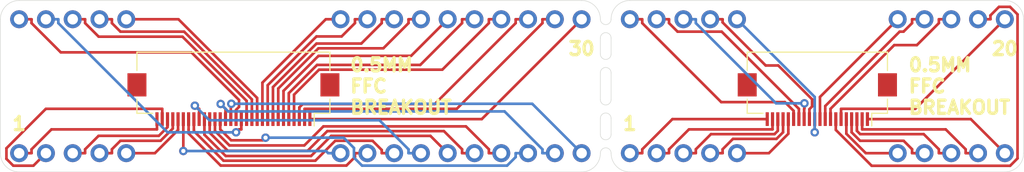
<source format=kicad_pcb>
(kicad_pcb (version 20171130) (host pcbnew 5.1.5-52549c5~86~ubuntu19.04.1)

  (general
    (thickness 1.6)
    (drawings 34)
    (tracks 303)
    (zones 0)
    (modules 12)
    (nets 51)
  )

  (page A4)
  (layers
    (0 F.Cu signal)
    (31 B.Cu signal)
    (32 B.Adhes user)
    (33 F.Adhes user)
    (34 B.Paste user)
    (35 F.Paste user)
    (36 B.SilkS user)
    (37 F.SilkS user)
    (38 B.Mask user)
    (39 F.Mask user)
    (40 Dwgs.User user)
    (41 Cmts.User user)
    (42 Eco1.User user)
    (43 Eco2.User user)
    (44 Edge.Cuts user)
    (45 Margin user)
    (46 B.CrtYd user)
    (47 F.CrtYd user)
    (48 B.Fab user)
    (49 F.Fab user)
  )

  (setup
    (last_trace_width 0.25)
    (user_trace_width 0.2)
    (trace_clearance 0.2)
    (zone_clearance 0.508)
    (zone_45_only no)
    (trace_min 0.2)
    (via_size 0.8)
    (via_drill 0.4)
    (via_min_size 0.3)
    (via_min_drill 0.3)
    (uvia_size 0.3)
    (uvia_drill 0.1)
    (uvias_allowed no)
    (uvia_min_size 0.2)
    (uvia_min_drill 0.1)
    (edge_width 0.05)
    (segment_width 0.2)
    (pcb_text_width 0.3)
    (pcb_text_size 1.5 1.5)
    (mod_edge_width 0.12)
    (mod_text_size 1 1)
    (mod_text_width 0.15)
    (pad_size 1.8 2.2)
    (pad_drill 0)
    (pad_to_mask_clearance 0.051)
    (solder_mask_min_width 0.25)
    (aux_axis_origin 0 0)
    (visible_elements FFFFFF7F)
    (pcbplotparams
      (layerselection 0x010fc_ffffffff)
      (usegerberextensions false)
      (usegerberattributes false)
      (usegerberadvancedattributes false)
      (creategerberjobfile false)
      (excludeedgelayer true)
      (linewidth 0.100000)
      (plotframeref false)
      (viasonmask false)
      (mode 1)
      (useauxorigin false)
      (hpglpennumber 1)
      (hpglpenspeed 20)
      (hpglpendiameter 15.000000)
      (psnegative false)
      (psa4output false)
      (plotreference true)
      (plotvalue true)
      (plotinvisibletext false)
      (padsonsilk false)
      (subtractmaskfromsilk false)
      (outputformat 1)
      (mirror false)
      (drillshape 0)
      (scaleselection 1)
      (outputdirectory "plot/"))
  )

  (net 0 "")
  (net 1 "Net-(J1-Pad15)")
  (net 2 "Net-(J1-Pad14)")
  (net 3 "Net-(J1-Pad13)")
  (net 4 "Net-(J1-Pad12)")
  (net 5 "Net-(J1-Pad11)")
  (net 6 "Net-(J1-Pad10)")
  (net 7 "Net-(J1-Pad9)")
  (net 8 "Net-(J1-Pad8)")
  (net 9 "Net-(J1-Pad7)")
  (net 10 "Net-(J1-Pad6)")
  (net 11 "Net-(J1-Pad5)")
  (net 12 "Net-(J1-Pad4)")
  (net 13 "Net-(J1-Pad3)")
  (net 14 "Net-(J1-Pad2)")
  (net 15 "Net-(J1-Pad1)")
  (net 16 "Net-(J1-Pad30)")
  (net 17 "Net-(J1-Pad29)")
  (net 18 "Net-(J1-Pad28)")
  (net 19 "Net-(J1-Pad27)")
  (net 20 "Net-(J1-Pad26)")
  (net 21 "Net-(J1-Pad25)")
  (net 22 "Net-(J1-Pad24)")
  (net 23 "Net-(J1-Pad23)")
  (net 24 "Net-(J1-Pad22)")
  (net 25 "Net-(J1-Pad21)")
  (net 26 "Net-(J1-Pad20)")
  (net 27 "Net-(J1-Pad19)")
  (net 28 "Net-(J1-Pad18)")
  (net 29 "Net-(J1-Pad17)")
  (net 30 "Net-(J1-Pad16)")
  (net 31 "Net-(J1P9-Pad5)")
  (net 32 "Net-(J1P9-Pad4)")
  (net 33 "Net-(J1P9-Pad3)")
  (net 34 "Net-(J1P9-Pad2)")
  (net 35 "Net-(J1P9-Pad1)")
  (net 36 "Net-(J1P10-Pad5)")
  (net 37 "Net-(J1P10-Pad4)")
  (net 38 "Net-(J1P10-Pad3)")
  (net 39 "Net-(J1P10-Pad2)")
  (net 40 "Net-(J1P10-Pad1)")
  (net 41 "Net-(J1P8-Pad5)")
  (net 42 "Net-(J1P8-Pad4)")
  (net 43 "Net-(J1P8-Pad3)")
  (net 44 "Net-(J1P8-Pad2)")
  (net 45 "Net-(J1P8-Pad1)")
  (net 46 "Net-(J1P7-Pad5)")
  (net 47 "Net-(J1P7-Pad4)")
  (net 48 "Net-(J1P7-Pad3)")
  (net 49 "Net-(J1P7-Pad2)")
  (net 50 "Net-(J1P7-Pad1)")

  (net_class Default "This is the default net class."
    (clearance 0.2)
    (trace_width 0.25)
    (via_dia 0.8)
    (via_drill 0.4)
    (uvia_dia 0.3)
    (uvia_drill 0.1)
    (add_net "Net-(J1-Pad1)")
    (add_net "Net-(J1-Pad10)")
    (add_net "Net-(J1-Pad11)")
    (add_net "Net-(J1-Pad12)")
    (add_net "Net-(J1-Pad13)")
    (add_net "Net-(J1-Pad14)")
    (add_net "Net-(J1-Pad15)")
    (add_net "Net-(J1-Pad16)")
    (add_net "Net-(J1-Pad17)")
    (add_net "Net-(J1-Pad18)")
    (add_net "Net-(J1-Pad19)")
    (add_net "Net-(J1-Pad2)")
    (add_net "Net-(J1-Pad20)")
    (add_net "Net-(J1-Pad21)")
    (add_net "Net-(J1-Pad22)")
    (add_net "Net-(J1-Pad23)")
    (add_net "Net-(J1-Pad24)")
    (add_net "Net-(J1-Pad25)")
    (add_net "Net-(J1-Pad26)")
    (add_net "Net-(J1-Pad27)")
    (add_net "Net-(J1-Pad28)")
    (add_net "Net-(J1-Pad29)")
    (add_net "Net-(J1-Pad3)")
    (add_net "Net-(J1-Pad30)")
    (add_net "Net-(J1-Pad4)")
    (add_net "Net-(J1-Pad5)")
    (add_net "Net-(J1-Pad6)")
    (add_net "Net-(J1-Pad7)")
    (add_net "Net-(J1-Pad8)")
    (add_net "Net-(J1-Pad9)")
    (add_net "Net-(J1P10-Pad1)")
    (add_net "Net-(J1P10-Pad2)")
    (add_net "Net-(J1P10-Pad3)")
    (add_net "Net-(J1P10-Pad4)")
    (add_net "Net-(J1P10-Pad5)")
    (add_net "Net-(J1P7-Pad1)")
    (add_net "Net-(J1P7-Pad2)")
    (add_net "Net-(J1P7-Pad3)")
    (add_net "Net-(J1P7-Pad4)")
    (add_net "Net-(J1P7-Pad5)")
    (add_net "Net-(J1P8-Pad1)")
    (add_net "Net-(J1P8-Pad2)")
    (add_net "Net-(J1P8-Pad3)")
    (add_net "Net-(J1P8-Pad4)")
    (add_net "Net-(J1P8-Pad5)")
    (add_net "Net-(J1P9-Pad1)")
    (add_net "Net-(J1P9-Pad2)")
    (add_net "Net-(J1P9-Pad3)")
    (add_net "Net-(J1P9-Pad4)")
    (add_net "Net-(J1P9-Pad5)")
  )

  (module custom_symbols:PinHeader_1x05_P2.54mm_Vertical_Simple (layer F.Cu) (tedit 5EC67689) (tstamp 5EC66E2C)
    (at 152.654 74.676 270)
    (descr "Through hole straight pin header, 1x05, 2.54mm pitch, single row")
    (tags "Through hole pin header THT 1x05 2.54mm single row")
    (path /5ECA16B9)
    (fp_text reference J1P10 (at 2.794 0.508) (layer F.SilkS) hide
      (effects (font (size 1 1) (thickness 0.15)))
    )
    (fp_text value P11-15 (at 0 12.49 90) (layer F.Fab) hide
      (effects (font (size 1 1) (thickness 0.15)))
    )
    (fp_text user %R (at 0 5.08) (layer F.Fab) hide
      (effects (font (size 1 1) (thickness 0.15)))
    )
    (fp_line (start 1.8 -1.8) (end -1.8 -1.8) (layer F.CrtYd) (width 0.05))
    (fp_line (start 1.8 11.95) (end 1.8 -1.8) (layer F.CrtYd) (width 0.05))
    (fp_line (start -1.8 11.95) (end 1.8 11.95) (layer F.CrtYd) (width 0.05))
    (fp_line (start -1.8 -1.8) (end -1.8 11.95) (layer F.CrtYd) (width 0.05))
    (pad 5 thru_hole oval (at 0 10.16 270) (size 1.7 1.7) (drill 1) (layers *.Cu *.Mask)
      (net 36 "Net-(J1P10-Pad5)"))
    (pad 4 thru_hole oval (at 0 7.62 270) (size 1.7 1.7) (drill 1) (layers *.Cu *.Mask)
      (net 37 "Net-(J1P10-Pad4)"))
    (pad 3 thru_hole oval (at 0 5.08 270) (size 1.7 1.7) (drill 1) (layers *.Cu *.Mask)
      (net 38 "Net-(J1P10-Pad3)"))
    (pad 2 thru_hole oval (at 0 2.54 270) (size 1.7 1.7) (drill 1) (layers *.Cu *.Mask)
      (net 39 "Net-(J1P10-Pad2)"))
    (pad 1 thru_hole circle (at 0 0 270) (size 1.7 1.7) (drill 1) (layers *.Cu *.Mask)
      (net 40 "Net-(J1P10-Pad1)"))
  )

  (module custom_symbols:PinHeader_1x05_P2.54mm_Vertical_Simple (layer F.Cu) (tedit 5EC67689) (tstamp 5EC696A9)
    (at 152.654 87.376 270)
    (descr "Through hole straight pin header, 1x05, 2.54mm pitch, single row")
    (tags "Through hole pin header THT 1x05 2.54mm single row")
    (path /5ECA16BF)
    (fp_text reference J1P9 (at 2.794 0.508) (layer F.SilkS) hide
      (effects (font (size 1 1) (thickness 0.15)))
    )
    (fp_text value P16-20 (at 0 12.49 90) (layer F.Fab) hide
      (effects (font (size 1 1) (thickness 0.15)))
    )
    (fp_text user %R (at 0 5.08) (layer F.Fab) hide
      (effects (font (size 1 1) (thickness 0.15)))
    )
    (fp_line (start 1.8 -1.8) (end -1.8 -1.8) (layer F.CrtYd) (width 0.05))
    (fp_line (start 1.8 11.95) (end 1.8 -1.8) (layer F.CrtYd) (width 0.05))
    (fp_line (start -1.8 11.95) (end 1.8 11.95) (layer F.CrtYd) (width 0.05))
    (fp_line (start -1.8 -1.8) (end -1.8 11.95) (layer F.CrtYd) (width 0.05))
    (pad 5 thru_hole oval (at 0 10.16 270) (size 1.7 1.7) (drill 1) (layers *.Cu *.Mask)
      (net 31 "Net-(J1P9-Pad5)"))
    (pad 4 thru_hole oval (at 0 7.62 270) (size 1.7 1.7) (drill 1) (layers *.Cu *.Mask)
      (net 32 "Net-(J1P9-Pad4)"))
    (pad 3 thru_hole oval (at 0 5.08 270) (size 1.7 1.7) (drill 1) (layers *.Cu *.Mask)
      (net 33 "Net-(J1P9-Pad3)"))
    (pad 2 thru_hole oval (at 0 2.54 270) (size 1.7 1.7) (drill 1) (layers *.Cu *.Mask)
      (net 34 "Net-(J1P9-Pad2)"))
    (pad 1 thru_hole circle (at 0 0 270) (size 1.7 1.7) (drill 1) (layers *.Cu *.Mask)
      (net 35 "Net-(J1P9-Pad1)"))
  )

  (module custom_symbols:PinHeader_1x05_P2.54mm_Vertical_Simple (layer F.Cu) (tedit 5EC67689) (tstamp 5EC66DE6)
    (at 178.054 74.676 270)
    (descr "Through hole straight pin header, 1x05, 2.54mm pitch, single row")
    (tags "Through hole pin header THT 1x05 2.54mm single row")
    (path /5EC9B34B)
    (fp_text reference J1P8 (at 2.794 0.508) (layer F.SilkS) hide
      (effects (font (size 1 1) (thickness 0.15)))
    )
    (fp_text value P6-10 (at 0 12.49 90) (layer F.Fab) hide
      (effects (font (size 1 1) (thickness 0.15)))
    )
    (fp_text user %R (at 0 5.08) (layer F.Fab) hide
      (effects (font (size 1 1) (thickness 0.15)))
    )
    (fp_line (start 1.8 -1.8) (end -1.8 -1.8) (layer F.CrtYd) (width 0.05))
    (fp_line (start 1.8 11.95) (end 1.8 -1.8) (layer F.CrtYd) (width 0.05))
    (fp_line (start -1.8 11.95) (end 1.8 11.95) (layer F.CrtYd) (width 0.05))
    (fp_line (start -1.8 -1.8) (end -1.8 11.95) (layer F.CrtYd) (width 0.05))
    (pad 5 thru_hole oval (at 0 10.16 270) (size 1.7 1.7) (drill 1) (layers *.Cu *.Mask)
      (net 41 "Net-(J1P8-Pad5)"))
    (pad 4 thru_hole oval (at 0 7.62 270) (size 1.7 1.7) (drill 1) (layers *.Cu *.Mask)
      (net 42 "Net-(J1P8-Pad4)"))
    (pad 3 thru_hole oval (at 0 5.08 270) (size 1.7 1.7) (drill 1) (layers *.Cu *.Mask)
      (net 43 "Net-(J1P8-Pad3)"))
    (pad 2 thru_hole oval (at 0 2.54 270) (size 1.7 1.7) (drill 1) (layers *.Cu *.Mask)
      (net 44 "Net-(J1P8-Pad2)"))
    (pad 1 thru_hole circle (at 0 0 270) (size 1.7 1.7) (drill 1) (layers *.Cu *.Mask)
      (net 45 "Net-(J1P8-Pad1)"))
  )

  (module custom_symbols:PinHeader_1x05_P2.54mm_Vertical_Simple (layer F.Cu) (tedit 5EC67689) (tstamp 5EC695D1)
    (at 178.054 87.376 270)
    (descr "Through hole straight pin header, 1x05, 2.54mm pitch, single row")
    (tags "Through hole pin header THT 1x05 2.54mm single row")
    (path /5EC9B345)
    (fp_text reference J1P7 (at 2.794 0.508) (layer F.SilkS) hide
      (effects (font (size 1 1) (thickness 0.15)))
    )
    (fp_text value P1-5 (at 0 12.49 90) (layer F.Fab) hide
      (effects (font (size 1 1) (thickness 0.15)))
    )
    (fp_text user %R (at 0 5.08) (layer F.Fab) hide
      (effects (font (size 1 1) (thickness 0.15)))
    )
    (fp_line (start 1.8 -1.8) (end -1.8 -1.8) (layer F.CrtYd) (width 0.05))
    (fp_line (start 1.8 11.95) (end 1.8 -1.8) (layer F.CrtYd) (width 0.05))
    (fp_line (start -1.8 11.95) (end 1.8 11.95) (layer F.CrtYd) (width 0.05))
    (fp_line (start -1.8 -1.8) (end -1.8 11.95) (layer F.CrtYd) (width 0.05))
    (pad 5 thru_hole oval (at 0 10.16 270) (size 1.7 1.7) (drill 1) (layers *.Cu *.Mask)
      (net 46 "Net-(J1P7-Pad5)"))
    (pad 4 thru_hole oval (at 0 7.62 270) (size 1.7 1.7) (drill 1) (layers *.Cu *.Mask)
      (net 47 "Net-(J1P7-Pad4)"))
    (pad 3 thru_hole oval (at 0 5.08 270) (size 1.7 1.7) (drill 1) (layers *.Cu *.Mask)
      (net 48 "Net-(J1P7-Pad3)"))
    (pad 2 thru_hole oval (at 0 2.54 270) (size 1.7 1.7) (drill 1) (layers *.Cu *.Mask)
      (net 49 "Net-(J1P7-Pad2)"))
    (pad 1 thru_hole circle (at 0 0 270) (size 1.7 1.7) (drill 1) (layers *.Cu *.Mask)
      (net 50 "Net-(J1P7-Pad1)"))
  )

  (module custom_symbols:PinHeader_1x05_P2.54mm_Vertical_Simple (layer F.Cu) (tedit 5EC67689) (tstamp 5EC69619)
    (at 137.922 87.376 270)
    (descr "Through hole straight pin header, 1x05, 2.54mm pitch, single row")
    (tags "Through hole pin header THT 1x05 2.54mm single row")
    (path /5EC94131)
    (fp_text reference J1P6 (at 2.794 0.508) (layer F.SilkS) hide
      (effects (font (size 1 1) (thickness 0.15)))
    )
    (fp_text value P16-20 (at 0 12.49 90) (layer F.Fab) hide
      (effects (font (size 1 1) (thickness 0.15)))
    )
    (fp_text user %R (at 0 5.08) (layer F.Fab) hide
      (effects (font (size 1 1) (thickness 0.15)))
    )
    (fp_line (start 1.8 -1.8) (end -1.8 -1.8) (layer F.CrtYd) (width 0.05))
    (fp_line (start 1.8 11.95) (end 1.8 -1.8) (layer F.CrtYd) (width 0.05))
    (fp_line (start -1.8 11.95) (end 1.8 11.95) (layer F.CrtYd) (width 0.05))
    (fp_line (start -1.8 -1.8) (end -1.8 11.95) (layer F.CrtYd) (width 0.05))
    (pad 5 thru_hole oval (at 0 10.16 270) (size 1.7 1.7) (drill 1) (layers *.Cu *.Mask)
      (net 26 "Net-(J1-Pad20)"))
    (pad 4 thru_hole oval (at 0 7.62 270) (size 1.7 1.7) (drill 1) (layers *.Cu *.Mask)
      (net 27 "Net-(J1-Pad19)"))
    (pad 3 thru_hole oval (at 0 5.08 270) (size 1.7 1.7) (drill 1) (layers *.Cu *.Mask)
      (net 28 "Net-(J1-Pad18)"))
    (pad 2 thru_hole oval (at 0 2.54 270) (size 1.7 1.7) (drill 1) (layers *.Cu *.Mask)
      (net 29 "Net-(J1-Pad17)"))
    (pad 1 thru_hole circle (at 0 0 270) (size 1.7 1.7) (drill 1) (layers *.Cu *.Mask)
      (net 30 "Net-(J1-Pad16)"))
  )

  (module custom_symbols:PinHeader_1x05_P2.54mm_Vertical_Simple (layer F.Cu) (tedit 5EC67689) (tstamp 5EC69661)
    (at 125.222 87.376 270)
    (descr "Through hole straight pin header, 1x05, 2.54mm pitch, single row")
    (tags "Through hole pin header THT 1x05 2.54mm single row")
    (path /5EC94137)
    (fp_text reference J1P5 (at 2.794 0.508) (layer F.SilkS) hide
      (effects (font (size 1 1) (thickness 0.15)))
    )
    (fp_text value P21-25 (at 0 12.49 90) (layer F.Fab) hide
      (effects (font (size 1 1) (thickness 0.15)))
    )
    (fp_text user %R (at 0 5.08) (layer F.Fab) hide
      (effects (font (size 1 1) (thickness 0.15)))
    )
    (fp_line (start 1.8 -1.8) (end -1.8 -1.8) (layer F.CrtYd) (width 0.05))
    (fp_line (start 1.8 11.95) (end 1.8 -1.8) (layer F.CrtYd) (width 0.05))
    (fp_line (start -1.8 11.95) (end 1.8 11.95) (layer F.CrtYd) (width 0.05))
    (fp_line (start -1.8 -1.8) (end -1.8 11.95) (layer F.CrtYd) (width 0.05))
    (pad 5 thru_hole oval (at 0 10.16 270) (size 1.7 1.7) (drill 1) (layers *.Cu *.Mask)
      (net 21 "Net-(J1-Pad25)"))
    (pad 4 thru_hole oval (at 0 7.62 270) (size 1.7 1.7) (drill 1) (layers *.Cu *.Mask)
      (net 22 "Net-(J1-Pad24)"))
    (pad 3 thru_hole oval (at 0 5.08 270) (size 1.7 1.7) (drill 1) (layers *.Cu *.Mask)
      (net 23 "Net-(J1-Pad23)"))
    (pad 2 thru_hole oval (at 0 2.54 270) (size 1.7 1.7) (drill 1) (layers *.Cu *.Mask)
      (net 24 "Net-(J1-Pad22)"))
    (pad 1 thru_hole circle (at 0 0 270) (size 1.7 1.7) (drill 1) (layers *.Cu *.Mask)
      (net 25 "Net-(J1-Pad21)"))
  )

  (module custom_symbols:PinHeader_1x05_P2.54mm_Vertical_Simple (layer F.Cu) (tedit 5EC67689) (tstamp 5EC66D5A)
    (at 94.742 87.376 270)
    (descr "Through hole straight pin header, 1x05, 2.54mm pitch, single row")
    (tags "Through hole pin header THT 1x05 2.54mm single row")
    (path /5EC9413D)
    (fp_text reference J1P4 (at 2.794 0.508) (layer F.SilkS) hide
      (effects (font (size 1 1) (thickness 0.15)))
    )
    (fp_text value P21-30 (at 0 12.49 90) (layer F.Fab) hide
      (effects (font (size 1 1) (thickness 0.15)))
    )
    (fp_text user %R (at 0 5.08) (layer F.Fab) hide
      (effects (font (size 1 1) (thickness 0.15)))
    )
    (fp_line (start 1.8 -1.8) (end -1.8 -1.8) (layer F.CrtYd) (width 0.05))
    (fp_line (start 1.8 11.95) (end 1.8 -1.8) (layer F.CrtYd) (width 0.05))
    (fp_line (start -1.8 11.95) (end 1.8 11.95) (layer F.CrtYd) (width 0.05))
    (fp_line (start -1.8 -1.8) (end -1.8 11.95) (layer F.CrtYd) (width 0.05))
    (pad 5 thru_hole oval (at 0 10.16 270) (size 1.7 1.7) (drill 1) (layers *.Cu *.Mask)
      (net 16 "Net-(J1-Pad30)"))
    (pad 4 thru_hole oval (at 0 7.62 270) (size 1.7 1.7) (drill 1) (layers *.Cu *.Mask)
      (net 17 "Net-(J1-Pad29)"))
    (pad 3 thru_hole oval (at 0 5.08 270) (size 1.7 1.7) (drill 1) (layers *.Cu *.Mask)
      (net 18 "Net-(J1-Pad28)"))
    (pad 2 thru_hole oval (at 0 2.54 270) (size 1.7 1.7) (drill 1) (layers *.Cu *.Mask)
      (net 19 "Net-(J1-Pad27)"))
    (pad 1 thru_hole circle (at 0 0 270) (size 1.7 1.7) (drill 1) (layers *.Cu *.Mask)
      (net 20 "Net-(J1-Pad26)"))
  )

  (module custom_symbols:PinHeader_1x05_P2.54mm_Vertical_Simple (layer F.Cu) (tedit 5EC67689) (tstamp 5EC67B65)
    (at 94.742 74.676 270)
    (descr "Through hole straight pin header, 1x05, 2.54mm pitch, single row")
    (tags "Through hole pin header THT 1x05 2.54mm single row")
    (path /5EC8D57C)
    (fp_text reference J1P3 (at 2.794 0.508) (layer F.SilkS) hide
      (effects (font (size 1 1) (thickness 0.15)))
    )
    (fp_text value P11-15 (at 0 12.49 90) (layer F.Fab) hide
      (effects (font (size 1 1) (thickness 0.15)))
    )
    (fp_text user %R (at 0 5.08) (layer F.Fab) hide
      (effects (font (size 1 1) (thickness 0.15)))
    )
    (fp_line (start 1.8 -1.8) (end -1.8 -1.8) (layer F.CrtYd) (width 0.05))
    (fp_line (start 1.8 11.95) (end 1.8 -1.8) (layer F.CrtYd) (width 0.05))
    (fp_line (start -1.8 11.95) (end 1.8 11.95) (layer F.CrtYd) (width 0.05))
    (fp_line (start -1.8 -1.8) (end -1.8 11.95) (layer F.CrtYd) (width 0.05))
    (pad 5 thru_hole oval (at 0 10.16 270) (size 1.7 1.7) (drill 1) (layers *.Cu *.Mask)
      (net 1 "Net-(J1-Pad15)"))
    (pad 4 thru_hole oval (at 0 7.62 270) (size 1.7 1.7) (drill 1) (layers *.Cu *.Mask)
      (net 2 "Net-(J1-Pad14)"))
    (pad 3 thru_hole oval (at 0 5.08 270) (size 1.7 1.7) (drill 1) (layers *.Cu *.Mask)
      (net 3 "Net-(J1-Pad13)"))
    (pad 2 thru_hole oval (at 0 2.54 270) (size 1.7 1.7) (drill 1) (layers *.Cu *.Mask)
      (net 4 "Net-(J1-Pad12)"))
    (pad 1 thru_hole circle (at 0 0 270) (size 1.7 1.7) (drill 1) (layers *.Cu *.Mask)
      (net 5 "Net-(J1-Pad11)"))
  )

  (module custom_symbols:PinHeader_1x05_P2.54mm_Vertical_Simple (layer F.Cu) (tedit 5EC67689) (tstamp 5EC68BA5)
    (at 125.222 74.676 270)
    (descr "Through hole straight pin header, 1x05, 2.54mm pitch, single row")
    (tags "Through hole pin header THT 1x05 2.54mm single row")
    (path /5EC8CD34)
    (fp_text reference J1P2 (at 2.794 0.508) (layer F.SilkS) hide
      (effects (font (size 1 1) (thickness 0.15)))
    )
    (fp_text value P6-10 (at 0 12.49 90) (layer F.Fab) hide
      (effects (font (size 1 1) (thickness 0.15)))
    )
    (fp_text user %R (at 0 5.08) (layer F.Fab) hide
      (effects (font (size 1 1) (thickness 0.15)))
    )
    (fp_line (start 1.8 -1.8) (end -1.8 -1.8) (layer F.CrtYd) (width 0.05))
    (fp_line (start 1.8 11.95) (end 1.8 -1.8) (layer F.CrtYd) (width 0.05))
    (fp_line (start -1.8 11.95) (end 1.8 11.95) (layer F.CrtYd) (width 0.05))
    (fp_line (start -1.8 -1.8) (end -1.8 11.95) (layer F.CrtYd) (width 0.05))
    (pad 5 thru_hole oval (at 0 10.16 270) (size 1.7 1.7) (drill 1) (layers *.Cu *.Mask)
      (net 6 "Net-(J1-Pad10)"))
    (pad 4 thru_hole oval (at 0 7.62 270) (size 1.7 1.7) (drill 1) (layers *.Cu *.Mask)
      (net 7 "Net-(J1-Pad9)"))
    (pad 3 thru_hole oval (at 0 5.08 270) (size 1.7 1.7) (drill 1) (layers *.Cu *.Mask)
      (net 8 "Net-(J1-Pad8)"))
    (pad 2 thru_hole oval (at 0 2.54 270) (size 1.7 1.7) (drill 1) (layers *.Cu *.Mask)
      (net 9 "Net-(J1-Pad7)"))
    (pad 1 thru_hole circle (at 0 0 270) (size 1.7 1.7) (drill 1) (layers *.Cu *.Mask)
      (net 10 "Net-(J1-Pad6)"))
  )

  (module custom_symbols:PinHeader_1x05_P2.54mm_Vertical_Simple (layer F.Cu) (tedit 5EC67689) (tstamp 5EC65839)
    (at 137.922 74.676 270)
    (descr "Through hole straight pin header, 1x05, 2.54mm pitch, single row")
    (tags "Through hole pin header THT 1x05 2.54mm single row")
    (path /5EC714E0)
    (fp_text reference J1P1 (at 2.794 0.508) (layer F.SilkS) hide
      (effects (font (size 1 1) (thickness 0.15)))
    )
    (fp_text value P1-5 (at 0 12.49 90) (layer F.Fab) hide
      (effects (font (size 1 1) (thickness 0.15)))
    )
    (fp_text user %R (at 0 5.08) (layer F.Fab) hide
      (effects (font (size 1 1) (thickness 0.15)))
    )
    (fp_line (start 1.8 -1.8) (end -1.8 -1.8) (layer F.CrtYd) (width 0.05))
    (fp_line (start 1.8 11.95) (end 1.8 -1.8) (layer F.CrtYd) (width 0.05))
    (fp_line (start -1.8 11.95) (end 1.8 11.95) (layer F.CrtYd) (width 0.05))
    (fp_line (start -1.8 -1.8) (end -1.8 11.95) (layer F.CrtYd) (width 0.05))
    (pad 5 thru_hole oval (at 0 10.16 270) (size 1.7 1.7) (drill 1) (layers *.Cu *.Mask)
      (net 11 "Net-(J1-Pad5)"))
    (pad 4 thru_hole oval (at 0 7.62 270) (size 1.7 1.7) (drill 1) (layers *.Cu *.Mask)
      (net 12 "Net-(J1-Pad4)"))
    (pad 3 thru_hole oval (at 0 5.08 270) (size 1.7 1.7) (drill 1) (layers *.Cu *.Mask)
      (net 13 "Net-(J1-Pad3)"))
    (pad 2 thru_hole oval (at 0 2.54 270) (size 1.7 1.7) (drill 1) (layers *.Cu *.Mask)
      (net 14 "Net-(J1-Pad2)"))
    (pad 1 thru_hole circle (at 0 0 270) (size 1.7 1.7) (drill 1) (layers *.Cu *.Mask)
      (net 15 "Net-(J1-Pad1)"))
  )

  (module Connector_FFC-FPC:Hirose_FH12-20S-0.5SH_1x20-1MP_P0.50mm_Horizontal (layer F.Cu) (tedit 5EB55E4B) (tstamp 5EC66916)
    (at 160.274 82.296 180)
    (descr "Hirose FH12, FFC/FPC connector, FH12-20S-0.5SH, 20 Pins per row (https://www.hirose.com/product/en/products/FH12/FH12-24S-0.5SH(55)/), generated with kicad-footprint-generator")
    (tags "connector Hirose FH12 horizontal")
    (path /5EB8DD98)
    (attr smd)
    (fp_text reference J2 (at 0 -3.7) (layer F.SilkS) hide
      (effects (font (size 1 1) (thickness 0.15)))
    )
    (fp_text value Display_Connector (at 0 3.556) (layer F.SilkS) hide
      (effects (font (size 1 1) (thickness 0.15)))
    )
    (fp_text user %R (at 0 3.7) (layer F.SilkS) hide
      (effects (font (size 1 1) (thickness 0.15)))
    )
    (fp_line (start 8.05 -3) (end -8.05 -3) (layer F.CrtYd) (width 0.05))
    (fp_line (start 8.05 4.9) (end 8.05 -3) (layer F.CrtYd) (width 0.05))
    (fp_line (start -8.05 4.9) (end 8.05 4.9) (layer F.CrtYd) (width 0.05))
    (fp_line (start -8.05 -3) (end -8.05 4.9) (layer F.CrtYd) (width 0.05))
    (fp_line (start -4.75 -0.492893) (end -4.25 -1.2) (layer F.Fab) (width 0.1))
    (fp_line (start -5.25 -1.2) (end -4.75 -0.492893) (layer F.Fab) (width 0.1))
    (fp_line (start -5.16 -1.3) (end -5.16 -2.5) (layer F.SilkS) (width 0.12))
    (fp_line (start 6.65 4.5) (end 6.65 2.76) (layer F.SilkS) (width 0.12))
    (fp_line (start -6.65 4.5) (end 6.65 4.5) (layer F.SilkS) (width 0.12))
    (fp_line (start -6.65 2.76) (end -6.65 4.5) (layer F.SilkS) (width 0.12))
    (fp_line (start 6.65 -1.3) (end 6.65 0.04) (layer F.SilkS) (width 0.12))
    (fp_line (start 5.16 -1.3) (end 6.65 -1.3) (layer F.SilkS) (width 0.12))
    (fp_line (start -6.65 -1.3) (end -6.65 0.04) (layer F.SilkS) (width 0.12))
    (fp_line (start -5.16 -1.3) (end -6.65 -1.3) (layer F.SilkS) (width 0.12))
    (fp_line (start 6.45 4.4) (end 0 4.4) (layer F.Fab) (width 0.1))
    (fp_line (start 6.45 3.7) (end 6.45 4.4) (layer F.Fab) (width 0.1))
    (fp_line (start 5.95 3.7) (end 6.45 3.7) (layer F.Fab) (width 0.1))
    (fp_line (start 5.95 3.4) (end 5.95 3.7) (layer F.Fab) (width 0.1))
    (fp_line (start 6.55 3.4) (end 5.95 3.4) (layer F.Fab) (width 0.1))
    (fp_line (start 6.55 -1.2) (end 6.55 3.4) (layer F.Fab) (width 0.1))
    (fp_line (start 0 -1.2) (end 6.55 -1.2) (layer F.Fab) (width 0.1))
    (fp_line (start -6.45 4.4) (end 0 4.4) (layer F.Fab) (width 0.1))
    (fp_line (start -6.45 3.7) (end -6.45 4.4) (layer F.Fab) (width 0.1))
    (fp_line (start -5.95 3.7) (end -6.45 3.7) (layer F.Fab) (width 0.1))
    (fp_line (start -5.95 3.4) (end -5.95 3.7) (layer F.Fab) (width 0.1))
    (fp_line (start -6.55 3.4) (end -5.95 3.4) (layer F.Fab) (width 0.1))
    (fp_line (start -6.55 -1.2) (end -6.55 3.4) (layer F.Fab) (width 0.1))
    (fp_line (start 0 -1.2) (end -6.55 -1.2) (layer F.Fab) (width 0.1))
    (pad 20 smd rect (at 4.75 -1.85 180) (size 0.3 1.3) (layers F.Cu F.Paste F.Mask)
      (net 31 "Net-(J1P9-Pad5)"))
    (pad 19 smd rect (at 4.25 -1.85 180) (size 0.3 1.3) (layers F.Cu F.Paste F.Mask)
      (net 32 "Net-(J1P9-Pad4)"))
    (pad 18 smd rect (at 3.75 -1.85 180) (size 0.3 1.3) (layers F.Cu F.Paste F.Mask)
      (net 33 "Net-(J1P9-Pad3)"))
    (pad 17 smd rect (at 3.25 -1.85 180) (size 0.3 1.3) (layers F.Cu F.Paste F.Mask)
      (net 34 "Net-(J1P9-Pad2)"))
    (pad 16 smd rect (at 2.75 -1.85 180) (size 0.3 1.3) (layers F.Cu F.Paste F.Mask)
      (net 35 "Net-(J1P9-Pad1)"))
    (pad 15 smd rect (at 2.25 -1.85 180) (size 0.3 1.3) (layers F.Cu F.Paste F.Mask)
      (net 36 "Net-(J1P10-Pad5)"))
    (pad 14 smd rect (at 1.75 -1.85 180) (size 0.3 1.3) (layers F.Cu F.Paste F.Mask)
      (net 37 "Net-(J1P10-Pad4)"))
    (pad 13 smd rect (at 1.25 -1.85 180) (size 0.3 1.3) (layers F.Cu F.Paste F.Mask)
      (net 38 "Net-(J1P10-Pad3)"))
    (pad 12 smd rect (at 0.75 -1.85 180) (size 0.3 1.3) (layers F.Cu F.Paste F.Mask)
      (net 39 "Net-(J1P10-Pad2)"))
    (pad 11 smd rect (at 0.25 -1.85 180) (size 0.3 1.3) (layers F.Cu F.Paste F.Mask)
      (net 40 "Net-(J1P10-Pad1)"))
    (pad 10 smd rect (at -0.25 -1.85 180) (size 0.3 1.3) (layers F.Cu F.Paste F.Mask)
      (net 41 "Net-(J1P8-Pad5)"))
    (pad 9 smd rect (at -0.75 -1.85 180) (size 0.3 1.3) (layers F.Cu F.Paste F.Mask)
      (net 42 "Net-(J1P8-Pad4)"))
    (pad 8 smd rect (at -1.25 -1.85 180) (size 0.3 1.3) (layers F.Cu F.Paste F.Mask)
      (net 43 "Net-(J1P8-Pad3)"))
    (pad 7 smd rect (at -1.75 -1.85 180) (size 0.3 1.3) (layers F.Cu F.Paste F.Mask)
      (net 44 "Net-(J1P8-Pad2)"))
    (pad 6 smd rect (at -2.25 -1.85 180) (size 0.3 1.3) (layers F.Cu F.Paste F.Mask)
      (net 45 "Net-(J1P8-Pad1)"))
    (pad 5 smd rect (at -2.75 -1.85 180) (size 0.3 1.3) (layers F.Cu F.Paste F.Mask)
      (net 46 "Net-(J1P7-Pad5)"))
    (pad 4 smd rect (at -3.25 -1.85 180) (size 0.3 1.3) (layers F.Cu F.Paste F.Mask)
      (net 47 "Net-(J1P7-Pad4)"))
    (pad 3 smd rect (at -3.75 -1.85 180) (size 0.3 1.3) (layers F.Cu F.Paste F.Mask)
      (net 48 "Net-(J1P7-Pad3)"))
    (pad 2 smd rect (at -4.25 -1.85 180) (size 0.3 1.3) (layers F.Cu F.Paste F.Mask)
      (net 49 "Net-(J1P7-Pad2)"))
    (pad 1 smd rect (at -4.75 -1.85 180) (size 0.3 1.3) (layers F.Cu F.Paste F.Mask)
      (net 50 "Net-(J1P7-Pad1)"))
    (pad MP smd rect (at -6.65 1.4 180) (size 1.8 2.2) (layers F.Cu F.Paste F.Mask))
    (pad MP smd rect (at 6.65 1.4 180) (size 1.8 2.2) (layers F.Cu F.Paste F.Mask))
    (model ${KISYS3DMOD}/Connector_FFC-FPC.3dshapes/Hirose_FH12-20S-0.5SH_1x20-1MP_P0.50mm_Horizontal.wrl
      (at (xyz 0 0 0))
      (scale (xyz 1 1 1))
      (rotate (xyz 0 0 0))
    )
  )

  (module Connector_FFC-FPC:Hirose_FH12-30S-0.5SH_1x30-1MP_P0.50mm_Horizontal (layer F.Cu) (tedit 5D24667B) (tstamp 5EBA90AC)
    (at 104.902 82.296 180)
    (descr "Hirose FH12, FFC/FPC connector, FH12-30S-0.5SH, 30 Pins per row (https://www.hirose.com/product/en/products/FH12/FH12-24S-0.5SH(55)/), generated with kicad-footprint-generator")
    (tags "connector Hirose FH12 horizontal")
    (path /5EB5BB1D)
    (attr smd)
    (fp_text reference J1 (at 0 -3.7) (layer F.SilkS) hide
      (effects (font (size 1 1) (thickness 0.15)))
    )
    (fp_text value Controls_Connector (at 0 5.6) (layer F.SilkS) hide
      (effects (font (size 1 1) (thickness 0.15)))
    )
    (fp_text user %R (at 0 3.7) (layer F.SilkS) hide
      (effects (font (size 1 1) (thickness 0.15)))
    )
    (fp_line (start 10.55 -3) (end -10.55 -3) (layer F.CrtYd) (width 0.05))
    (fp_line (start 10.55 4.9) (end 10.55 -3) (layer F.CrtYd) (width 0.05))
    (fp_line (start -10.55 4.9) (end 10.55 4.9) (layer F.CrtYd) (width 0.05))
    (fp_line (start -10.55 -3) (end -10.55 4.9) (layer F.CrtYd) (width 0.05))
    (fp_line (start -7.25 -0.492893) (end -6.75 -1.2) (layer F.Fab) (width 0.1))
    (fp_line (start -7.75 -1.2) (end -7.25 -0.492893) (layer F.Fab) (width 0.1))
    (fp_line (start -7.66 -1.3) (end -7.66 -2.5) (layer F.SilkS) (width 0.12))
    (fp_line (start 9.15 4.5) (end 9.15 2.76) (layer F.SilkS) (width 0.12))
    (fp_line (start -9.15 4.5) (end 9.15 4.5) (layer F.SilkS) (width 0.12))
    (fp_line (start -9.15 2.76) (end -9.15 4.5) (layer F.SilkS) (width 0.12))
    (fp_line (start 9.15 -1.3) (end 9.15 0.04) (layer F.SilkS) (width 0.12))
    (fp_line (start 7.66 -1.3) (end 9.15 -1.3) (layer F.SilkS) (width 0.12))
    (fp_line (start -9.15 -1.3) (end -9.15 0.04) (layer F.SilkS) (width 0.12))
    (fp_line (start -7.66 -1.3) (end -9.15 -1.3) (layer F.SilkS) (width 0.12))
    (fp_line (start 8.95 4.4) (end 0 4.4) (layer F.Fab) (width 0.1))
    (fp_line (start 8.95 3.7) (end 8.95 4.4) (layer F.Fab) (width 0.1))
    (fp_line (start 8.45 3.7) (end 8.95 3.7) (layer F.Fab) (width 0.1))
    (fp_line (start 8.45 3.4) (end 8.45 3.7) (layer F.Fab) (width 0.1))
    (fp_line (start 9.05 3.4) (end 8.45 3.4) (layer F.Fab) (width 0.1))
    (fp_line (start 9.05 -1.2) (end 9.05 3.4) (layer F.Fab) (width 0.1))
    (fp_line (start 0 -1.2) (end 9.05 -1.2) (layer F.Fab) (width 0.1))
    (fp_line (start -8.95 4.4) (end 0 4.4) (layer F.Fab) (width 0.1))
    (fp_line (start -8.95 3.7) (end -8.95 4.4) (layer F.Fab) (width 0.1))
    (fp_line (start -8.45 3.7) (end -8.95 3.7) (layer F.Fab) (width 0.1))
    (fp_line (start -8.45 3.4) (end -8.45 3.7) (layer F.Fab) (width 0.1))
    (fp_line (start -9.05 3.4) (end -8.45 3.4) (layer F.Fab) (width 0.1))
    (fp_line (start -9.05 -1.2) (end -9.05 3.4) (layer F.Fab) (width 0.1))
    (fp_line (start 0 -1.2) (end -9.05 -1.2) (layer F.Fab) (width 0.1))
    (pad 30 smd rect (at 7.25 -1.85 180) (size 0.3 1.3) (layers F.Cu F.Paste F.Mask)
      (net 16 "Net-(J1-Pad30)"))
    (pad 29 smd rect (at 6.75 -1.85 180) (size 0.3 1.3) (layers F.Cu F.Paste F.Mask)
      (net 17 "Net-(J1-Pad29)"))
    (pad 28 smd rect (at 6.25 -1.85 180) (size 0.3 1.3) (layers F.Cu F.Paste F.Mask)
      (net 18 "Net-(J1-Pad28)"))
    (pad 27 smd rect (at 5.75 -1.85 180) (size 0.3 1.3) (layers F.Cu F.Paste F.Mask)
      (net 19 "Net-(J1-Pad27)"))
    (pad 26 smd rect (at 5.25 -1.85 180) (size 0.3 1.3) (layers F.Cu F.Paste F.Mask)
      (net 20 "Net-(J1-Pad26)"))
    (pad 25 smd rect (at 4.75 -1.85 180) (size 0.3 1.3) (layers F.Cu F.Paste F.Mask)
      (net 21 "Net-(J1-Pad25)"))
    (pad 24 smd rect (at 4.25 -1.85 180) (size 0.3 1.3) (layers F.Cu F.Paste F.Mask)
      (net 22 "Net-(J1-Pad24)"))
    (pad 23 smd rect (at 3.75 -1.85 180) (size 0.3 1.3) (layers F.Cu F.Paste F.Mask)
      (net 23 "Net-(J1-Pad23)"))
    (pad 22 smd rect (at 3.25 -1.85 180) (size 0.3 1.3) (layers F.Cu F.Paste F.Mask)
      (net 24 "Net-(J1-Pad22)"))
    (pad 21 smd rect (at 2.75 -1.85 180) (size 0.3 1.3) (layers F.Cu F.Paste F.Mask)
      (net 25 "Net-(J1-Pad21)"))
    (pad 20 smd rect (at 2.25 -1.85 180) (size 0.3 1.3) (layers F.Cu F.Paste F.Mask)
      (net 26 "Net-(J1-Pad20)"))
    (pad 19 smd rect (at 1.75 -1.85 180) (size 0.3 1.3) (layers F.Cu F.Paste F.Mask)
      (net 27 "Net-(J1-Pad19)"))
    (pad 18 smd rect (at 1.25 -1.85 180) (size 0.3 1.3) (layers F.Cu F.Paste F.Mask)
      (net 28 "Net-(J1-Pad18)"))
    (pad 17 smd rect (at 0.75 -1.85 180) (size 0.3 1.3) (layers F.Cu F.Paste F.Mask)
      (net 29 "Net-(J1-Pad17)"))
    (pad 16 smd rect (at 0.25 -1.85 180) (size 0.3 1.3) (layers F.Cu F.Paste F.Mask)
      (net 30 "Net-(J1-Pad16)"))
    (pad 15 smd rect (at -0.25 -1.85 180) (size 0.3 1.3) (layers F.Cu F.Paste F.Mask)
      (net 1 "Net-(J1-Pad15)"))
    (pad 14 smd rect (at -0.75 -1.85 180) (size 0.3 1.3) (layers F.Cu F.Paste F.Mask)
      (net 2 "Net-(J1-Pad14)"))
    (pad 13 smd rect (at -1.25 -1.85 180) (size 0.3 1.3) (layers F.Cu F.Paste F.Mask)
      (net 3 "Net-(J1-Pad13)"))
    (pad 12 smd rect (at -1.75 -1.85 180) (size 0.3 1.3) (layers F.Cu F.Paste F.Mask)
      (net 4 "Net-(J1-Pad12)"))
    (pad 11 smd rect (at -2.25 -1.85 180) (size 0.3 1.3) (layers F.Cu F.Paste F.Mask)
      (net 5 "Net-(J1-Pad11)"))
    (pad 10 smd rect (at -2.75 -1.85 180) (size 0.3 1.3) (layers F.Cu F.Paste F.Mask)
      (net 6 "Net-(J1-Pad10)"))
    (pad 9 smd rect (at -3.25 -1.85 180) (size 0.3 1.3) (layers F.Cu F.Paste F.Mask)
      (net 7 "Net-(J1-Pad9)"))
    (pad 8 smd rect (at -3.75 -1.85 180) (size 0.3 1.3) (layers F.Cu F.Paste F.Mask)
      (net 8 "Net-(J1-Pad8)"))
    (pad 7 smd rect (at -4.25 -1.85 180) (size 0.3 1.3) (layers F.Cu F.Paste F.Mask)
      (net 9 "Net-(J1-Pad7)"))
    (pad 6 smd rect (at -4.75 -1.85 180) (size 0.3 1.3) (layers F.Cu F.Paste F.Mask)
      (net 10 "Net-(J1-Pad6)"))
    (pad 5 smd rect (at -5.25 -1.85 180) (size 0.3 1.3) (layers F.Cu F.Paste F.Mask)
      (net 11 "Net-(J1-Pad5)"))
    (pad 4 smd rect (at -5.75 -1.85 180) (size 0.3 1.3) (layers F.Cu F.Paste F.Mask)
      (net 12 "Net-(J1-Pad4)"))
    (pad 3 smd rect (at -6.25 -1.85 180) (size 0.3 1.3) (layers F.Cu F.Paste F.Mask)
      (net 13 "Net-(J1-Pad3)"))
    (pad 2 smd rect (at -6.75 -1.85 180) (size 0.3 1.3) (layers F.Cu F.Paste F.Mask)
      (net 14 "Net-(J1-Pad2)"))
    (pad 1 smd rect (at -7.25 -1.85 180) (size 0.3 1.3) (layers F.Cu F.Paste F.Mask)
      (net 15 "Net-(J1-Pad1)"))
    (pad MP smd rect (at -9.15 1.4 180) (size 1.8 2.2) (layers F.Cu F.Paste F.Mask))
    (pad MP smd rect (at 9.15 1.4 180) (size 1.8 2.2) (layers F.Cu F.Paste F.Mask))
    (model ${KISYS3DMOD}/Connector_FFC-FPC.3dshapes/Hirose_FH12-30S-0.5SH_1x30-1MP_P0.50mm_Horizontal.wrl
      (at (xyz 0 0 0))
      (scale (xyz 1 1 1))
      (rotate (xyz 0 0 0))
    )
  )

  (gr_line (start 142.494 89.154) (end 178.054 89.154) (layer Edge.Cuts) (width 0.05) (tstamp 5EC718E2))
  (gr_line (start 178.054 72.898) (end 142.494 72.898) (layer Edge.Cuts) (width 0.05) (tstamp 5EC718E1))
  (gr_line (start 84.582 89.154) (end 137.922 89.154) (layer Edge.Cuts) (width 0.05) (tstamp 5EC71805))
  (gr_line (start 137.922 72.898) (end 84.582 72.898) (layer Edge.Cuts) (width 0.05) (tstamp 5EC71804))
  (gr_text "0.5MM\nFFC\nBREAKOUT" (at 115.824 81.026) (layer F.SilkS) (tstamp 5EC71430)
    (effects (font (size 1.25 1.25) (thickness 0.3125)) (justify left))
  )
  (gr_text "0.5MM\nFFC\nBREAKOUT" (at 168.783 81.026) (layer F.SilkS) (tstamp 5EC71421)
    (effects (font (size 1.25 1.25) (thickness 0.3125)) (justify left))
  )
  (gr_line (start 140.716 82.296) (end 140.716 79.756) (layer Edge.Cuts) (width 0.05) (tstamp 5EC71273))
  (gr_line (start 139.7 79.756) (end 139.7 82.296) (layer Edge.Cuts) (width 0.05) (tstamp 5EC71272))
  (gr_arc (start 137.922 87.376) (end 137.922 89.154) (angle -90) (layer Edge.Cuts) (width 0.05) (tstamp 5EC7124A))
  (gr_arc (start 142.494 87.376) (end 140.716 87.376) (angle -90) (layer Edge.Cuts) (width 0.05) (tstamp 5EC7124A))
  (gr_arc (start 142.494 74.676) (end 142.494 72.898) (angle -90) (layer Edge.Cuts) (width 0.05) (tstamp 5EC7124A))
  (gr_arc (start 137.922 74.676) (end 139.7 74.676) (angle -90) (layer Edge.Cuts) (width 0.05) (tstamp 5EC7124A))
  (gr_text 20 (at 178.054 77.47) (layer F.SilkS) (tstamp 5EC7115A)
    (effects (font (size 1.25 1.25) (thickness 0.3125)))
  )
  (gr_text 1 (at 142.494 84.582) (layer F.SilkS) (tstamp 5EC7115A)
    (effects (font (size 1.25 1.25) (thickness 0.3125)))
  )
  (gr_text 30 (at 137.922 77.47) (layer F.SilkS) (tstamp 5EC7115A)
    (effects (font (size 1.25 1.25) (thickness 0.3125)))
  )
  (gr_text 1 (at 84.582 84.582) (layer F.SilkS)
    (effects (font (size 1.25 1.25) (thickness 0.3125)))
  )
  (gr_arc (start 178.054 87.376) (end 178.054 89.154) (angle -90) (layer Edge.Cuts) (width 0.05) (tstamp 5EC6AF23))
  (gr_arc (start 178.054 74.676) (end 179.832 74.676) (angle -90) (layer Edge.Cuts) (width 0.05) (tstamp 5EC6AF23))
  (gr_arc (start 84.582 87.376) (end 82.804 87.376) (angle -90) (layer Edge.Cuts) (width 0.05) (tstamp 5EC6AF23))
  (gr_arc (start 84.582 74.676) (end 84.582 72.898) (angle -90) (layer Edge.Cuts) (width 0.05))
  (gr_arc (start 140.208 74.676) (end 139.7 74.676) (angle -180) (layer Edge.Cuts) (width 0.05) (tstamp 5EC6AE60))
  (gr_arc (start 140.208 87.376) (end 140.716 87.376) (angle -180) (layer Edge.Cuts) (width 0.05) (tstamp 5EC6AE42))
  (gr_line (start 140.716 85.598) (end 140.716 84.074) (layer Edge.Cuts) (width 0.05) (tstamp 5EC6AE44))
  (gr_line (start 139.7 84.074) (end 139.7 85.598) (layer Edge.Cuts) (width 0.05) (tstamp 5EC6AE43))
  (gr_arc (start 140.208 84.074) (end 140.716 84.074) (angle -180) (layer Edge.Cuts) (width 0.05) (tstamp 5EC6AE42))
  (gr_arc (start 140.208 85.598) (end 139.7 85.598) (angle -180) (layer Edge.Cuts) (width 0.05) (tstamp 5EC6AE41))
  (gr_arc (start 140.208 79.756) (end 140.716 79.756) (angle -180) (layer Edge.Cuts) (width 0.05) (tstamp 5EC6AE42))
  (gr_arc (start 140.208 82.296) (end 139.7 82.296) (angle -180) (layer Edge.Cuts) (width 0.05) (tstamp 5EC6AE41))
  (gr_line (start 140.716 77.978) (end 140.716 76.454) (layer Edge.Cuts) (width 0.05) (tstamp 5EC6AE44))
  (gr_line (start 139.7 76.454) (end 139.7 77.978) (layer Edge.Cuts) (width 0.05) (tstamp 5EC6AE43))
  (gr_arc (start 140.208 76.454) (end 140.716 76.454) (angle -180) (layer Edge.Cuts) (width 0.05) (tstamp 5EC6AE42))
  (gr_arc (start 140.208 77.978) (end 139.7 77.978) (angle -180) (layer Edge.Cuts) (width 0.05) (tstamp 5EC6AE41))
  (gr_line (start 82.804 87.376) (end 82.804 74.676) (layer Edge.Cuts) (width 0.05) (tstamp 5EC6984A))
  (gr_line (start 179.832 74.676) (end 179.832 87.376) (layer Edge.Cuts) (width 0.05))

  (segment (start 85.7573 74.676) (end 85.7573 75.0433) (width 0.25) (layer F.Cu) (net 1))
  (segment (start 85.7573 75.0433) (end 88.5283 77.8143) (width 0.25) (layer F.Cu) (net 1))
  (segment (start 88.5283 77.8143) (end 100.9165 77.8143) (width 0.25) (layer F.Cu) (net 1))
  (segment (start 100.9165 77.8143) (end 105.4332 82.331) (width 0.25) (layer F.Cu) (net 1))
  (segment (start 105.4332 82.331) (end 105.4332 82.9883) (width 0.25) (layer F.Cu) (net 1))
  (segment (start 105.4332 82.9883) (end 105.152 83.2695) (width 0.25) (layer F.Cu) (net 1))
  (segment (start 105.152 83.2695) (end 105.152 84.146) (width 0.25) (layer F.Cu) (net 1))
  (segment (start 84.582 74.676) (end 85.7573 74.676) (width 0.25) (layer F.Cu) (net 1))
  (segment (start 105.652 84.146) (end 105.652 85.1213) (width 0.25) (layer F.Cu) (net 2))
  (segment (start 105.652 85.1213) (end 105.4288 85.1213) (width 0.25) (layer F.Cu) (net 2))
  (segment (start 105.4288 85.1213) (end 105.1531 85.397) (width 0.25) (layer F.Cu) (net 2))
  (segment (start 88.2973 74.676) (end 88.2973 75.0434) (width 0.25) (layer B.Cu) (net 2))
  (segment (start 88.2973 75.0434) (end 98.6509 85.397) (width 0.25) (layer B.Cu) (net 2))
  (segment (start 98.6509 85.397) (end 105.1531 85.397) (width 0.25) (layer B.Cu) (net 2))
  (segment (start 87.122 74.676) (end 88.2973 74.676) (width 0.25) (layer B.Cu) (net 2))
  (via (at 105.1531 85.397) (size 0.8) (layers F.Cu B.Cu) (net 2))
  (segment (start 89.662 74.676) (end 90.8373 74.676) (width 0.25) (layer F.Cu) (net 3))
  (segment (start 106.152 84.146) (end 106.152 82.4129) (width 0.25) (layer F.Cu) (net 3))
  (segment (start 106.152 82.4129) (end 100.0685 76.3294) (width 0.25) (layer F.Cu) (net 3))
  (segment (start 100.0685 76.3294) (end 92.1234 76.3294) (width 0.25) (layer F.Cu) (net 3))
  (segment (start 92.1234 76.3294) (end 90.8373 75.0433) (width 0.25) (layer F.Cu) (net 3))
  (segment (start 90.8373 75.0433) (end 90.8373 74.676) (width 0.25) (layer F.Cu) (net 3))
  (segment (start 106.652 83.1707) (end 106.652 82.276) (width 0.25) (layer F.Cu) (net 4))
  (segment (start 106.652 82.276) (end 100.2273 75.8513) (width 0.25) (layer F.Cu) (net 4))
  (segment (start 100.2273 75.8513) (end 94.1852 75.8513) (width 0.25) (layer F.Cu) (net 4))
  (segment (start 94.1852 75.8513) (end 93.3773 75.0434) (width 0.25) (layer F.Cu) (net 4))
  (segment (start 93.3773 75.0434) (end 93.3773 74.676) (width 0.25) (layer F.Cu) (net 4))
  (segment (start 92.202 74.676) (end 93.3773 74.676) (width 0.25) (layer F.Cu) (net 4))
  (segment (start 106.652 84.146) (end 106.652 83.1707) (width 0.25) (layer F.Cu) (net 4))
  (segment (start 107.152 84.146) (end 107.152 82.1391) (width 0.25) (layer F.Cu) (net 5))
  (segment (start 107.152 82.1391) (end 99.6889 74.676) (width 0.25) (layer F.Cu) (net 5))
  (segment (start 99.6889 74.676) (end 94.742 74.676) (width 0.25) (layer F.Cu) (net 5))
  (segment (start 113.8867 74.676) (end 113.6628 74.676) (width 0.25) (layer F.Cu) (net 6))
  (segment (start 113.6628 74.676) (end 107.652 80.6868) (width 0.25) (layer F.Cu) (net 6))
  (segment (start 107.652 80.6868) (end 107.652 84.146) (width 0.25) (layer F.Cu) (net 6))
  (segment (start 115.062 74.676) (end 113.8867 74.676) (width 0.25) (layer F.Cu) (net 6))
  (segment (start 116.4267 74.676) (end 116.4267 75.0434) (width 0.25) (layer F.Cu) (net 7))
  (segment (start 116.4267 75.0434) (end 115.164 76.3061) (width 0.25) (layer F.Cu) (net 7))
  (segment (start 115.164 76.3061) (end 112.7754 76.3061) (width 0.25) (layer F.Cu) (net 7))
  (segment (start 112.7754 76.3061) (end 108.152 80.9295) (width 0.25) (layer F.Cu) (net 7))
  (segment (start 108.152 80.9295) (end 108.152 83.1707) (width 0.25) (layer F.Cu) (net 7))
  (segment (start 108.152 84.146) (end 108.152 83.1707) (width 0.25) (layer F.Cu) (net 7))
  (segment (start 117.602 74.676) (end 116.4267 74.676) (width 0.25) (layer F.Cu) (net 7))
  (segment (start 118.9667 74.676) (end 118.9667 75.0433) (width 0.25) (layer F.Cu) (net 8))
  (segment (start 118.9667 75.0433) (end 117.0285 76.9815) (width 0.25) (layer F.Cu) (net 8))
  (segment (start 117.0285 76.9815) (end 112.7793 76.9815) (width 0.25) (layer F.Cu) (net 8))
  (segment (start 112.7793 76.9815) (end 108.652 81.1088) (width 0.25) (layer F.Cu) (net 8))
  (segment (start 108.652 81.1088) (end 108.652 84.146) (width 0.25) (layer F.Cu) (net 8))
  (segment (start 120.142 74.676) (end 118.9667 74.676) (width 0.25) (layer F.Cu) (net 8))
  (segment (start 121.5067 74.676) (end 121.5067 75.0433) (width 0.25) (layer F.Cu) (net 9))
  (segment (start 121.5067 75.0433) (end 119.1181 77.4319) (width 0.25) (layer F.Cu) (net 9))
  (segment (start 119.1181 77.4319) (end 112.9658 77.4319) (width 0.25) (layer F.Cu) (net 9))
  (segment (start 112.9658 77.4319) (end 109.152 81.2457) (width 0.25) (layer F.Cu) (net 9))
  (segment (start 109.152 81.2457) (end 109.152 84.146) (width 0.25) (layer F.Cu) (net 9))
  (segment (start 122.682 74.676) (end 121.5067 74.676) (width 0.25) (layer F.Cu) (net 9))
  (segment (start 125.222 74.676) (end 121.7522 78.1458) (width 0.25) (layer F.Cu) (net 10))
  (segment (start 121.7522 78.1458) (end 112.9751 78.1458) (width 0.25) (layer F.Cu) (net 10))
  (segment (start 112.9751 78.1458) (end 109.652 81.4689) (width 0.25) (layer F.Cu) (net 10))
  (segment (start 109.652 81.4689) (end 109.652 84.146) (width 0.25) (layer F.Cu) (net 10))
  (segment (start 127.762 74.676) (end 126.5867 74.676) (width 0.25) (layer F.Cu) (net 11))
  (segment (start 110.152 84.146) (end 110.152 81.6853) (width 0.25) (layer F.Cu) (net 11))
  (segment (start 110.152 81.6853) (end 112.8294 79.0079) (width 0.25) (layer F.Cu) (net 11))
  (segment (start 112.8294 79.0079) (end 122.6221 79.0079) (width 0.25) (layer F.Cu) (net 11))
  (segment (start 122.6221 79.0079) (end 126.5867 75.0433) (width 0.25) (layer F.Cu) (net 11))
  (segment (start 126.5867 75.0433) (end 126.5867 74.676) (width 0.25) (layer F.Cu) (net 11))
  (segment (start 130.302 74.676) (end 129.1267 74.676) (width 0.25) (layer F.Cu) (net 12))
  (segment (start 110.652 84.146) (end 110.652 81.8261) (width 0.25) (layer F.Cu) (net 12))
  (segment (start 110.652 81.8261) (end 113.0198 79.4583) (width 0.25) (layer F.Cu) (net 12))
  (segment (start 113.0198 79.4583) (end 124.7117 79.4583) (width 0.25) (layer F.Cu) (net 12))
  (segment (start 124.7117 79.4583) (end 129.1267 75.0433) (width 0.25) (layer F.Cu) (net 12))
  (segment (start 129.1267 75.0433) (end 129.1267 74.676) (width 0.25) (layer F.Cu) (net 12))
  (segment (start 131.6667 74.676) (end 131.6667 75.0433) (width 0.25) (layer F.Cu) (net 13))
  (segment (start 131.6667 75.0433) (end 123.9896 82.7204) (width 0.25) (layer F.Cu) (net 13))
  (segment (start 123.9896 82.7204) (end 111.4654 82.7204) (width 0.25) (layer F.Cu) (net 13))
  (segment (start 111.4654 82.7204) (end 111.1521 83.0337) (width 0.25) (layer F.Cu) (net 13))
  (segment (start 111.1521 83.0337) (end 111.1521 83.1707) (width 0.25) (layer F.Cu) (net 13))
  (segment (start 111.1521 83.1707) (end 111.152 83.1707) (width 0.25) (layer F.Cu) (net 13))
  (segment (start 111.152 84.146) (end 111.152 83.1707) (width 0.25) (layer F.Cu) (net 13))
  (segment (start 132.842 74.676) (end 131.6667 74.676) (width 0.25) (layer F.Cu) (net 13))
  (segment (start 135.382 74.676) (end 134.2067 74.676) (width 0.25) (layer F.Cu) (net 14))
  (segment (start 111.652 84.146) (end 111.652 83.1707) (width 0.25) (layer F.Cu) (net 14))
  (segment (start 111.652 83.1707) (end 126.0793 83.1707) (width 0.25) (layer F.Cu) (net 14))
  (segment (start 126.0793 83.1707) (end 134.2067 75.0433) (width 0.25) (layer F.Cu) (net 14))
  (segment (start 134.2067 75.0433) (end 134.2067 74.676) (width 0.25) (layer F.Cu) (net 14))
  (segment (start 112.152 84.146) (end 128.452 84.146) (width 0.25) (layer F.Cu) (net 15))
  (segment (start 128.452 84.146) (end 137.922 74.676) (width 0.25) (layer F.Cu) (net 15))
  (segment (start 85.7573 87.376) (end 85.7573 87.0087) (width 0.25) (layer F.Cu) (net 16))
  (segment (start 85.7573 87.0087) (end 87.6447 85.1213) (width 0.25) (layer F.Cu) (net 16))
  (segment (start 87.6447 85.1213) (end 97.652 85.1213) (width 0.25) (layer F.Cu) (net 16))
  (segment (start 84.582 87.376) (end 85.7573 87.376) (width 0.25) (layer F.Cu) (net 16))
  (segment (start 97.652 84.146) (end 97.652 85.1213) (width 0.25) (layer F.Cu) (net 16))
  (segment (start 98.152 84.146) (end 98.152 83.1707) (width 0.25) (layer F.Cu) (net 17))
  (segment (start 98.152 83.1707) (end 87.1161 83.1707) (width 0.25) (layer F.Cu) (net 17))
  (segment (start 87.1161 83.1707) (end 83.3782 86.9086) (width 0.25) (layer F.Cu) (net 17))
  (segment (start 83.3782 86.9086) (end 83.3782 87.917) (width 0.25) (layer F.Cu) (net 17))
  (segment (start 83.3782 87.917) (end 84.0253 88.5641) (width 0.25) (layer F.Cu) (net 17))
  (segment (start 84.0253 88.5641) (end 85.9339 88.5641) (width 0.25) (layer F.Cu) (net 17))
  (segment (start 85.9339 88.5641) (end 87.122 87.376) (width 0.25) (layer F.Cu) (net 17))
  (segment (start 90.8373 87.376) (end 90.8373 87.0087) (width 0.25) (layer F.Cu) (net 18))
  (segment (start 90.8373 87.0087) (end 92.1153 85.7307) (width 0.25) (layer F.Cu) (net 18))
  (segment (start 92.1153 85.7307) (end 97.8274 85.7307) (width 0.25) (layer F.Cu) (net 18))
  (segment (start 97.8274 85.7307) (end 98.652 84.9061) (width 0.25) (layer F.Cu) (net 18))
  (segment (start 98.652 84.9061) (end 98.652 84.146) (width 0.25) (layer F.Cu) (net 18))
  (segment (start 89.662 87.376) (end 90.8373 87.376) (width 0.25) (layer F.Cu) (net 18))
  (segment (start 92.202 87.376) (end 93.3773 87.376) (width 0.25) (layer F.Cu) (net 19))
  (segment (start 99.152 84.146) (end 99.152 85.043) (width 0.25) (layer F.Cu) (net 19))
  (segment (start 99.152 85.043) (end 97.9943 86.2007) (width 0.25) (layer F.Cu) (net 19))
  (segment (start 97.9943 86.2007) (end 94.1852 86.2007) (width 0.25) (layer F.Cu) (net 19))
  (segment (start 94.1852 86.2007) (end 93.3773 87.0086) (width 0.25) (layer F.Cu) (net 19))
  (segment (start 93.3773 87.0086) (end 93.3773 87.376) (width 0.25) (layer F.Cu) (net 19))
  (segment (start 94.742 87.376) (end 97.4559 87.376) (width 0.25) (layer F.Cu) (net 20))
  (segment (start 97.4559 87.376) (end 99.652 85.1799) (width 0.25) (layer F.Cu) (net 20))
  (segment (start 99.652 85.1799) (end 99.652 85.1213) (width 0.25) (layer F.Cu) (net 20))
  (segment (start 99.652 84.146) (end 99.652 85.1213) (width 0.25) (layer F.Cu) (net 20))
  (segment (start 115.062 87.376) (end 113.8867 87.376) (width 0.25) (layer B.Cu) (net 21))
  (segment (start 100.152 84.146) (end 100.152 87.1704) (width 0.25) (layer F.Cu) (net 21))
  (segment (start 113.8867 87.376) (end 113.6811 87.1704) (width 0.25) (layer B.Cu) (net 21))
  (segment (start 113.6811 87.1704) (end 100.152 87.1704) (width 0.25) (layer B.Cu) (net 21))
  (via (at 100.152 87.1704) (size 0.8) (layers F.Cu B.Cu) (net 21))
  (segment (start 100.652 85.1213) (end 100.652 85.5082) (width 0.25) (layer F.Cu) (net 22))
  (segment (start 100.652 85.5082) (end 103.6951 88.5513) (width 0.25) (layer F.Cu) (net 22))
  (segment (start 103.6951 88.5513) (end 115.6188 88.5513) (width 0.25) (layer F.Cu) (net 22))
  (segment (start 115.6188 88.5513) (end 116.4267 87.7434) (width 0.25) (layer F.Cu) (net 22))
  (segment (start 116.4267 87.7434) (end 116.4267 87.376) (width 0.25) (layer F.Cu) (net 22))
  (segment (start 117.602 87.376) (end 116.4267 87.376) (width 0.25) (layer F.Cu) (net 22))
  (segment (start 100.652 84.146) (end 100.652 85.1213) (width 0.25) (layer F.Cu) (net 22))
  (segment (start 101.152 85.1213) (end 101.152 85.2805) (width 0.25) (layer F.Cu) (net 23))
  (segment (start 101.152 85.2805) (end 103.9642 88.0927) (width 0.25) (layer F.Cu) (net 23))
  (segment (start 103.9642 88.0927) (end 112.6684 88.0927) (width 0.25) (layer F.Cu) (net 23))
  (segment (start 112.6684 88.0927) (end 114.5604 86.2007) (width 0.25) (layer F.Cu) (net 23))
  (segment (start 114.5604 86.2007) (end 118.0927 86.2007) (width 0.25) (layer F.Cu) (net 23))
  (segment (start 118.0927 86.2007) (end 118.9667 87.0747) (width 0.25) (layer F.Cu) (net 23))
  (segment (start 118.9667 87.0747) (end 118.9667 87.376) (width 0.25) (layer F.Cu) (net 23))
  (segment (start 120.142 87.376) (end 118.9667 87.376) (width 0.25) (layer F.Cu) (net 23))
  (segment (start 101.152 84.146) (end 101.152 85.1213) (width 0.25) (layer F.Cu) (net 23))
  (segment (start 121.5067 87.376) (end 121.5067 87.0087) (width 0.25) (layer B.Cu) (net 24))
  (segment (start 121.5067 87.0087) (end 118.7517 84.2537) (width 0.25) (layer B.Cu) (net 24))
  (segment (start 118.7517 84.2537) (end 102.6262 84.2537) (width 0.25) (layer B.Cu) (net 24))
  (segment (start 102.6262 84.2537) (end 101.2458 82.8733) (width 0.25) (layer B.Cu) (net 24))
  (segment (start 101.652 84.146) (end 101.652 83.1707) (width 0.25) (layer F.Cu) (net 24))
  (segment (start 122.682 87.376) (end 121.5067 87.376) (width 0.25) (layer B.Cu) (net 24))
  (segment (start 101.652 83.1707) (end 101.5432 83.1707) (width 0.25) (layer F.Cu) (net 24))
  (segment (start 101.5432 83.1707) (end 101.2458 82.8733) (width 0.25) (layer F.Cu) (net 24))
  (via (at 101.2458 82.8733) (size 0.8) (layers F.Cu B.Cu) (net 24))
  (segment (start 102.152 84.146) (end 102.152 85.6275) (width 0.25) (layer F.Cu) (net 25))
  (segment (start 102.152 85.6275) (end 104.1669 87.6424) (width 0.25) (layer F.Cu) (net 25))
  (segment (start 104.1669 87.6424) (end 112.2675 87.6424) (width 0.25) (layer F.Cu) (net 25))
  (segment (start 112.2675 87.6424) (end 114.1739 85.736) (width 0.25) (layer F.Cu) (net 25))
  (segment (start 114.1739 85.736) (end 123.582 85.736) (width 0.25) (layer F.Cu) (net 25))
  (segment (start 123.582 85.736) (end 125.222 87.376) (width 0.25) (layer F.Cu) (net 25))
  (segment (start 126.5867 87.376) (end 126.5867 87.0086) (width 0.25) (layer F.Cu) (net 26))
  (segment (start 126.5867 87.0086) (end 124.8638 85.2857) (width 0.25) (layer F.Cu) (net 26))
  (segment (start 124.8638 85.2857) (end 113.8022 85.2857) (width 0.25) (layer F.Cu) (net 26))
  (segment (start 113.8022 85.2857) (end 111.9426 87.1453) (width 0.25) (layer F.Cu) (net 26))
  (segment (start 111.9426 87.1453) (end 104.3606 87.1453) (width 0.25) (layer F.Cu) (net 26))
  (segment (start 104.3606 87.1453) (end 102.652 85.4367) (width 0.25) (layer F.Cu) (net 26))
  (segment (start 102.652 85.4367) (end 102.652 84.146) (width 0.25) (layer F.Cu) (net 26))
  (segment (start 127.762 87.376) (end 126.5867 87.376) (width 0.25) (layer F.Cu) (net 26))
  (segment (start 129.1267 87.376) (end 129.1267 87.0086) (width 0.25) (layer F.Cu) (net 27))
  (segment (start 129.1267 87.0086) (end 126.9535 84.8354) (width 0.25) (layer F.Cu) (net 27))
  (segment (start 126.9535 84.8354) (end 113.4321 84.8354) (width 0.25) (layer F.Cu) (net 27))
  (segment (start 113.4321 84.8354) (end 111.624 86.6435) (width 0.25) (layer F.Cu) (net 27))
  (segment (start 111.624 86.6435) (end 104.5257 86.6435) (width 0.25) (layer F.Cu) (net 27))
  (segment (start 104.5257 86.6435) (end 103.152 85.2698) (width 0.25) (layer F.Cu) (net 27))
  (segment (start 103.152 85.2698) (end 103.152 84.146) (width 0.25) (layer F.Cu) (net 27))
  (segment (start 130.302 87.376) (end 129.1267 87.376) (width 0.25) (layer F.Cu) (net 27))
  (segment (start 103.652 85.1213) (end 104.6854 86.1547) (width 0.25) (layer F.Cu) (net 28))
  (segment (start 104.6854 86.1547) (end 107.7031 86.1547) (width 0.25) (layer F.Cu) (net 28))
  (segment (start 107.7031 86.1547) (end 107.9494 85.9084) (width 0.25) (layer F.Cu) (net 28))
  (segment (start 131.6667 87.376) (end 131.6667 87.7433) (width 0.25) (layer B.Cu) (net 28))
  (segment (start 131.6667 87.7433) (end 130.8539 88.5561) (width 0.25) (layer B.Cu) (net 28))
  (segment (start 130.8539 88.5561) (end 117.0987 88.5561) (width 0.25) (layer B.Cu) (net 28))
  (segment (start 117.0987 88.5561) (end 116.332 87.7894) (width 0.25) (layer B.Cu) (net 28))
  (segment (start 116.332 87.7894) (end 116.332 86.8844) (width 0.25) (layer B.Cu) (net 28))
  (segment (start 116.332 86.8844) (end 115.356 85.9084) (width 0.25) (layer B.Cu) (net 28))
  (segment (start 115.356 85.9084) (end 107.9494 85.9084) (width 0.25) (layer B.Cu) (net 28))
  (segment (start 103.652 84.146) (end 103.652 85.1213) (width 0.25) (layer F.Cu) (net 28))
  (segment (start 132.842 87.376) (end 131.6667 87.376) (width 0.25) (layer B.Cu) (net 28))
  (via (at 107.9494 85.9084) (size 0.8) (layers F.Cu B.Cu) (net 28))
  (segment (start 103.6918 82.7105) (end 104.3982 83.4169) (width 0.25) (layer B.Cu) (net 29))
  (segment (start 104.3982 83.4169) (end 130.6149 83.4169) (width 0.25) (layer B.Cu) (net 29))
  (segment (start 130.6149 83.4169) (end 134.2067 87.0087) (width 0.25) (layer B.Cu) (net 29))
  (segment (start 134.2067 87.0087) (end 134.2067 87.376) (width 0.25) (layer B.Cu) (net 29))
  (segment (start 104.152 83.1707) (end 103.6918 82.7105) (width 0.25) (layer F.Cu) (net 29))
  (segment (start 104.152 84.146) (end 104.152 83.1707) (width 0.25) (layer F.Cu) (net 29))
  (segment (start 135.382 87.376) (end 134.2067 87.376) (width 0.25) (layer B.Cu) (net 29))
  (via (at 103.6918 82.7105) (size 0.8) (layers F.Cu B.Cu) (net 29))
  (segment (start 104.652 83.1707) (end 104.652 82.7437) (width 0.25) (layer F.Cu) (net 30))
  (segment (start 104.652 82.7437) (end 104.7041 82.6916) (width 0.25) (layer F.Cu) (net 30))
  (segment (start 137.922 87.376) (end 133.2376 82.6916) (width 0.25) (layer B.Cu) (net 30))
  (segment (start 133.2376 82.6916) (end 104.7041 82.6916) (width 0.25) (layer B.Cu) (net 30))
  (segment (start 104.652 84.146) (end 104.652 83.1707) (width 0.25) (layer F.Cu) (net 30))
  (via (at 104.7041 82.6916) (size 0.8) (layers F.Cu B.Cu) (net 30))
  (segment (start 142.494 87.376) (end 143.6693 87.376) (width 0.25) (layer F.Cu) (net 31))
  (segment (start 155.524 84.146) (end 146.532 84.146) (width 0.25) (layer F.Cu) (net 31))
  (segment (start 146.532 84.146) (end 143.6693 87.0087) (width 0.25) (layer F.Cu) (net 31))
  (segment (start 143.6693 87.0087) (end 143.6693 87.376) (width 0.25) (layer F.Cu) (net 31))
  (segment (start 145.034 87.376) (end 146.2093 87.376) (width 0.25) (layer F.Cu) (net 32))
  (segment (start 156.024 84.146) (end 156.024 85.1213) (width 0.25) (layer F.Cu) (net 32))
  (segment (start 156.024 85.1213) (end 148.0967 85.1213) (width 0.25) (layer F.Cu) (net 32))
  (segment (start 148.0967 85.1213) (end 146.2093 87.0087) (width 0.25) (layer F.Cu) (net 32))
  (segment (start 146.2093 87.0087) (end 146.2093 87.376) (width 0.25) (layer F.Cu) (net 32))
  (segment (start 148.7493 87.376) (end 148.7493 87.0086) (width 0.25) (layer F.Cu) (net 33))
  (segment (start 148.7493 87.0086) (end 150.1863 85.5716) (width 0.25) (layer F.Cu) (net 33))
  (segment (start 150.1863 85.5716) (end 156.2106 85.5716) (width 0.25) (layer F.Cu) (net 33))
  (segment (start 156.2106 85.5716) (end 156.524 85.2582) (width 0.25) (layer F.Cu) (net 33))
  (segment (start 156.524 85.2582) (end 156.524 85.1213) (width 0.25) (layer F.Cu) (net 33))
  (segment (start 147.574 87.376) (end 148.7493 87.376) (width 0.25) (layer F.Cu) (net 33))
  (segment (start 156.524 84.146) (end 156.524 85.1213) (width 0.25) (layer F.Cu) (net 33))
  (segment (start 151.2893 87.376) (end 151.2893 87.0038) (width 0.25) (layer F.Cu) (net 34))
  (segment (start 151.2893 87.0038) (end 152.2712 86.0219) (width 0.25) (layer F.Cu) (net 34))
  (segment (start 152.2712 86.0219) (end 156.3972 86.0219) (width 0.25) (layer F.Cu) (net 34))
  (segment (start 156.3972 86.0219) (end 157.024 85.3951) (width 0.25) (layer F.Cu) (net 34))
  (segment (start 157.024 85.3951) (end 157.024 84.146) (width 0.25) (layer F.Cu) (net 34))
  (segment (start 150.114 87.376) (end 151.2893 87.376) (width 0.25) (layer F.Cu) (net 34))
  (segment (start 152.654 87.376) (end 155.68 87.376) (width 0.25) (layer F.Cu) (net 35))
  (segment (start 155.68 87.376) (end 157.524 85.532) (width 0.25) (layer F.Cu) (net 35))
  (segment (start 157.524 85.532) (end 157.524 85.1213) (width 0.25) (layer F.Cu) (net 35))
  (segment (start 157.524 84.146) (end 157.524 85.1213) (width 0.25) (layer F.Cu) (net 35))
  (segment (start 158.024 84.146) (end 158.024 83.3612) (width 0.25) (layer F.Cu) (net 36))
  (segment (start 158.024 83.3612) (end 157.1965 82.5337) (width 0.25) (layer F.Cu) (net 36))
  (segment (start 157.1965 82.5337) (end 151.1597 82.5337) (width 0.25) (layer F.Cu) (net 36))
  (segment (start 151.1597 82.5337) (end 143.6693 75.0433) (width 0.25) (layer F.Cu) (net 36))
  (segment (start 143.6693 75.0433) (end 143.6693 74.676) (width 0.25) (layer F.Cu) (net 36))
  (segment (start 142.494 74.676) (end 143.6693 74.676) (width 0.25) (layer F.Cu) (net 36))
  (segment (start 146.2093 74.676) (end 146.2093 75.0434) (width 0.25) (layer F.Cu) (net 37))
  (segment (start 146.2093 75.0434) (end 147.0172 75.8513) (width 0.25) (layer F.Cu) (net 37))
  (segment (start 147.0172 75.8513) (end 151.2046 75.8513) (width 0.25) (layer F.Cu) (net 37))
  (segment (start 151.2046 75.8513) (end 158.524 83.1707) (width 0.25) (layer F.Cu) (net 37))
  (segment (start 145.034 74.676) (end 146.2093 74.676) (width 0.25) (layer F.Cu) (net 37))
  (segment (start 158.524 84.146) (end 158.524 83.1707) (width 0.25) (layer F.Cu) (net 37))
  (segment (start 147.574 74.676) (end 148.7493 74.676) (width 0.25) (layer B.Cu) (net 38))
  (segment (start 159.024 84.146) (end 159.024 83.1707) (width 0.25) (layer F.Cu) (net 38))
  (segment (start 159.0481 82.6486) (end 156.3546 82.6486) (width 0.25) (layer B.Cu) (net 38))
  (segment (start 156.3546 82.6486) (end 148.7493 75.0433) (width 0.25) (layer B.Cu) (net 38))
  (segment (start 148.7493 75.0433) (end 148.7493 74.676) (width 0.25) (layer B.Cu) (net 38))
  (segment (start 159.024 83.1707) (end 159.0481 83.1466) (width 0.25) (layer F.Cu) (net 38))
  (segment (start 159.0481 83.1466) (end 159.0481 82.6486) (width 0.25) (layer F.Cu) (net 38))
  (via (at 159.0481 82.6486) (size 0.8) (layers F.Cu B.Cu) (net 38))
  (segment (start 150.114 74.676) (end 151.2893 74.676) (width 0.25) (layer F.Cu) (net 39))
  (segment (start 159.524 84.146) (end 159.524 83.1986) (width 0.25) (layer F.Cu) (net 39))
  (segment (start 159.524 83.1986) (end 159.7735 82.9491) (width 0.25) (layer F.Cu) (net 39))
  (segment (start 159.7735 82.9491) (end 159.7735 82.2644) (width 0.25) (layer F.Cu) (net 39))
  (segment (start 159.7735 82.2644) (end 156.5702 79.0611) (width 0.25) (layer F.Cu) (net 39))
  (segment (start 156.5702 79.0611) (end 155.3758 79.0611) (width 0.25) (layer F.Cu) (net 39))
  (segment (start 155.3758 79.0611) (end 151.2893 74.9746) (width 0.25) (layer F.Cu) (net 39))
  (segment (start 151.2893 74.9746) (end 151.2893 74.676) (width 0.25) (layer F.Cu) (net 39))
  (segment (start 160.024 85.1213) (end 160.024 85.3976) (width 0.25) (layer F.Cu) (net 40))
  (segment (start 152.654 74.676) (end 160.024 82.046) (width 0.25) (layer B.Cu) (net 40))
  (segment (start 160.024 82.046) (end 160.024 85.3976) (width 0.25) (layer B.Cu) (net 40))
  (segment (start 160.024 84.146) (end 160.024 85.1213) (width 0.25) (layer F.Cu) (net 40))
  (via (at 160.024 85.3976) (size 0.8) (layers F.Cu B.Cu) (net 40))
  (segment (start 160.524 84.146) (end 160.524 82.046) (width 0.25) (layer F.Cu) (net 41))
  (segment (start 160.524 82.046) (end 167.894 74.676) (width 0.25) (layer F.Cu) (net 41))
  (segment (start 169.2587 74.676) (end 169.2587 75.0434) (width 0.25) (layer F.Cu) (net 42))
  (segment (start 169.2587 75.0434) (end 168.4508 75.8513) (width 0.25) (layer F.Cu) (net 42))
  (segment (start 168.4508 75.8513) (end 168.0797 75.8513) (width 0.25) (layer F.Cu) (net 42))
  (segment (start 168.0797 75.8513) (end 161.024 82.907) (width 0.25) (layer F.Cu) (net 42))
  (segment (start 161.024 82.907) (end 161.024 83.1707) (width 0.25) (layer F.Cu) (net 42))
  (segment (start 161.024 84.146) (end 161.024 83.1707) (width 0.25) (layer F.Cu) (net 42))
  (segment (start 170.434 74.676) (end 169.2587 74.676) (width 0.25) (layer F.Cu) (net 42))
  (segment (start 172.974 74.676) (end 171.7987 74.676) (width 0.25) (layer F.Cu) (net 43))
  (segment (start 161.524 84.146) (end 161.524 83.1707) (width 0.25) (layer F.Cu) (net 43))
  (segment (start 161.524 83.1707) (end 167.564 77.1307) (width 0.25) (layer F.Cu) (net 43))
  (segment (start 167.564 77.1307) (end 169.7113 77.1307) (width 0.25) (layer F.Cu) (net 43))
  (segment (start 169.7113 77.1307) (end 171.7987 75.0433) (width 0.25) (layer F.Cu) (net 43))
  (segment (start 171.7987 75.0433) (end 171.7987 74.676) (width 0.25) (layer F.Cu) (net 43))
  (segment (start 175.514 74.676) (end 176.6893 74.676) (width 0.25) (layer F.Cu) (net 44))
  (segment (start 162.024 84.146) (end 162.024 85.1697) (width 0.25) (layer F.Cu) (net 44))
  (segment (start 162.024 85.1697) (end 165.4261 88.5718) (width 0.25) (layer F.Cu) (net 44))
  (segment (start 165.4261 88.5718) (end 178.5565 88.5718) (width 0.25) (layer F.Cu) (net 44))
  (segment (start 178.5565 88.5718) (end 179.2578 87.8705) (width 0.25) (layer F.Cu) (net 44))
  (segment (start 179.2578 87.8705) (end 179.2578 74.2119) (width 0.25) (layer F.Cu) (net 44))
  (segment (start 179.2578 74.2119) (end 178.5466 73.5007) (width 0.25) (layer F.Cu) (net 44))
  (segment (start 178.5466 73.5007) (end 177.4972 73.5007) (width 0.25) (layer F.Cu) (net 44))
  (segment (start 177.4972 73.5007) (end 176.6893 74.3086) (width 0.25) (layer F.Cu) (net 44))
  (segment (start 176.6893 74.3086) (end 176.6893 74.676) (width 0.25) (layer F.Cu) (net 44))
  (segment (start 162.524 84.146) (end 162.524 83.1707) (width 0.25) (layer F.Cu) (net 45))
  (segment (start 162.524 83.1707) (end 169.5593 83.1707) (width 0.25) (layer F.Cu) (net 45))
  (segment (start 169.5593 83.1707) (end 178.054 74.676) (width 0.25) (layer F.Cu) (net 45))
  (segment (start 163.024 84.146) (end 163.024 85.532) (width 0.25) (layer F.Cu) (net 46))
  (segment (start 163.024 85.532) (end 164.868 87.376) (width 0.25) (layer F.Cu) (net 46))
  (segment (start 164.868 87.376) (end 167.894 87.376) (width 0.25) (layer F.Cu) (net 46))
  (segment (start 163.524 84.146) (end 163.524 85.3951) (width 0.25) (layer F.Cu) (net 47))
  (segment (start 163.524 85.3951) (end 164.3296 86.2007) (width 0.25) (layer F.Cu) (net 47))
  (segment (start 164.3296 86.2007) (end 168.4556 86.2007) (width 0.25) (layer F.Cu) (net 47))
  (segment (start 168.4556 86.2007) (end 169.2587 87.0038) (width 0.25) (layer F.Cu) (net 47))
  (segment (start 169.2587 87.0038) (end 169.2587 87.376) (width 0.25) (layer F.Cu) (net 47))
  (segment (start 170.434 87.376) (end 169.2587 87.376) (width 0.25) (layer F.Cu) (net 47))
  (segment (start 164.024 85.1213) (end 164.024 85.2582) (width 0.25) (layer F.Cu) (net 48))
  (segment (start 164.024 85.2582) (end 164.3374 85.5716) (width 0.25) (layer F.Cu) (net 48))
  (segment (start 164.3374 85.5716) (end 170.3616 85.5716) (width 0.25) (layer F.Cu) (net 48))
  (segment (start 170.3616 85.5716) (end 171.7987 87.0087) (width 0.25) (layer F.Cu) (net 48))
  (segment (start 171.7987 87.0087) (end 171.7987 87.376) (width 0.25) (layer F.Cu) (net 48))
  (segment (start 172.974 87.376) (end 171.7987 87.376) (width 0.25) (layer F.Cu) (net 48))
  (segment (start 164.024 84.146) (end 164.024 85.1213) (width 0.25) (layer F.Cu) (net 48))
  (segment (start 175.514 87.376) (end 174.3387 87.376) (width 0.25) (layer F.Cu) (net 49))
  (segment (start 164.524 84.146) (end 164.524 85.1213) (width 0.25) (layer F.Cu) (net 49))
  (segment (start 164.524 85.1213) (end 172.4513 85.1213) (width 0.25) (layer F.Cu) (net 49))
  (segment (start 172.4513 85.1213) (end 174.3387 87.0087) (width 0.25) (layer F.Cu) (net 49))
  (segment (start 174.3387 87.0087) (end 174.3387 87.376) (width 0.25) (layer F.Cu) (net 49))
  (segment (start 165.024 84.146) (end 174.824 84.146) (width 0.25) (layer F.Cu) (net 50))
  (segment (start 174.824 84.146) (end 178.054 87.376) (width 0.25) (layer F.Cu) (net 50))

)

</source>
